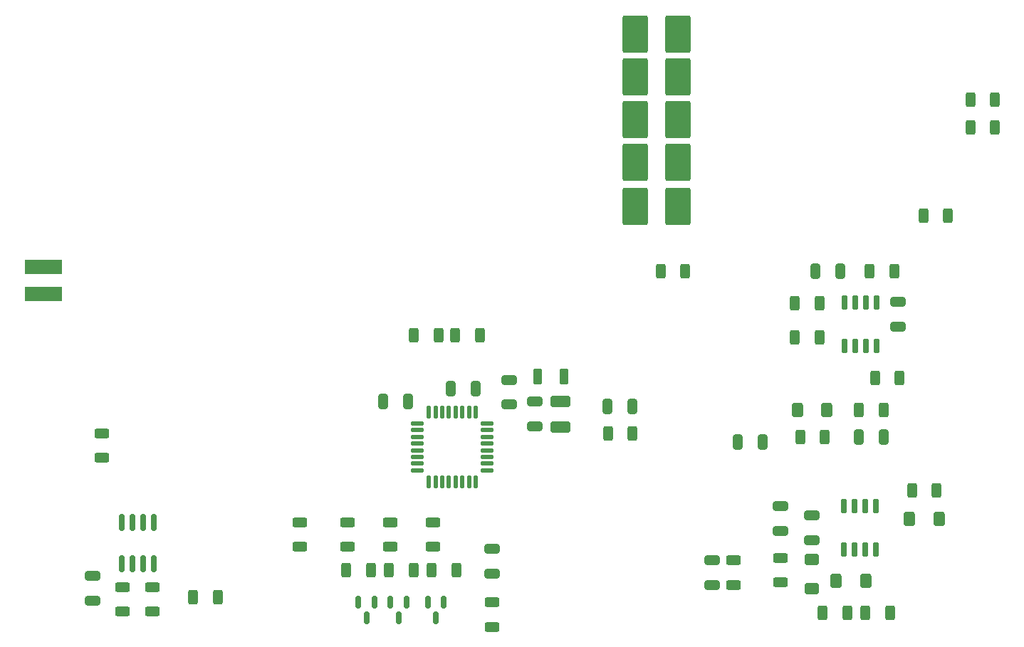
<source format=gbp>
G04 #@! TF.GenerationSoftware,KiCad,Pcbnew,7.0.2*
G04 #@! TF.CreationDate,2023-08-05T12:43:45+02:00*
G04 #@! TF.ProjectId,Module_2,4d6f6475-6c65-45f3-922e-6b696361645f,rev?*
G04 #@! TF.SameCoordinates,Original*
G04 #@! TF.FileFunction,Paste,Bot*
G04 #@! TF.FilePolarity,Positive*
%FSLAX46Y46*%
G04 Gerber Fmt 4.6, Leading zero omitted, Abs format (unit mm)*
G04 Created by KiCad (PCBNEW 7.0.2) date 2023-08-05 12:43:45*
%MOMM*%
%LPD*%
G01*
G04 APERTURE LIST*
G04 Aperture macros list*
%AMRoundRect*
0 Rectangle with rounded corners*
0 $1 Rounding radius*
0 $2 $3 $4 $5 $6 $7 $8 $9 X,Y pos of 4 corners*
0 Add a 4 corners polygon primitive as box body*
4,1,4,$2,$3,$4,$5,$6,$7,$8,$9,$2,$3,0*
0 Add four circle primitives for the rounded corners*
1,1,$1+$1,$2,$3*
1,1,$1+$1,$4,$5*
1,1,$1+$1,$6,$7*
1,1,$1+$1,$8,$9*
0 Add four rect primitives between the rounded corners*
20,1,$1+$1,$2,$3,$4,$5,0*
20,1,$1+$1,$4,$5,$6,$7,0*
20,1,$1+$1,$6,$7,$8,$9,0*
20,1,$1+$1,$8,$9,$2,$3,0*%
G04 Aperture macros list end*
%ADD10RoundRect,0.250000X-0.312500X-0.625000X0.312500X-0.625000X0.312500X0.625000X-0.312500X0.625000X0*%
%ADD11RoundRect,0.150000X-0.150000X0.587500X-0.150000X-0.587500X0.150000X-0.587500X0.150000X0.587500X0*%
%ADD12RoundRect,0.250001X-1.262499X-1.974999X1.262499X-1.974999X1.262499X1.974999X-1.262499X1.974999X0*%
%ADD13R,4.500000X1.750000*%
%ADD14RoundRect,0.250000X0.325000X0.650000X-0.325000X0.650000X-0.325000X-0.650000X0.325000X-0.650000X0*%
%ADD15RoundRect,0.250000X-0.625000X0.312500X-0.625000X-0.312500X0.625000X-0.312500X0.625000X0.312500X0*%
%ADD16RoundRect,0.250000X-0.400000X-0.600000X0.400000X-0.600000X0.400000X0.600000X-0.400000X0.600000X0*%
%ADD17RoundRect,0.250000X-0.650000X0.325000X-0.650000X-0.325000X0.650000X-0.325000X0.650000X0.325000X0*%
%ADD18RoundRect,0.250000X0.650000X-0.325000X0.650000X0.325000X-0.650000X0.325000X-0.650000X-0.325000X0*%
%ADD19RoundRect,0.250000X-0.325000X-0.650000X0.325000X-0.650000X0.325000X0.650000X-0.325000X0.650000X0*%
%ADD20RoundRect,0.250000X0.275000X0.700000X-0.275000X0.700000X-0.275000X-0.700000X0.275000X-0.700000X0*%
%ADD21RoundRect,0.250000X0.312500X0.625000X-0.312500X0.625000X-0.312500X-0.625000X0.312500X-0.625000X0*%
%ADD22RoundRect,0.250000X0.625000X-0.312500X0.625000X0.312500X-0.625000X0.312500X-0.625000X-0.312500X0*%
%ADD23RoundRect,0.125000X-0.125000X0.625000X-0.125000X-0.625000X0.125000X-0.625000X0.125000X0.625000X0*%
%ADD24RoundRect,0.125000X-0.625000X0.125000X-0.625000X-0.125000X0.625000X-0.125000X0.625000X0.125000X0*%
%ADD25RoundRect,0.150000X-0.150000X0.725000X-0.150000X-0.725000X0.150000X-0.725000X0.150000X0.725000X0*%
%ADD26RoundRect,0.250000X-0.925000X0.412500X-0.925000X-0.412500X0.925000X-0.412500X0.925000X0.412500X0*%
%ADD27RoundRect,0.150000X-0.150000X0.825000X-0.150000X-0.825000X0.150000X-0.825000X0.150000X0.825000X0*%
%ADD28RoundRect,0.250000X-0.600000X0.400000X-0.600000X-0.400000X0.600000X-0.400000X0.600000X0.400000X0*%
%ADD29RoundRect,0.250000X0.400000X0.600000X-0.400000X0.600000X-0.400000X-0.600000X0.400000X-0.600000X0*%
G04 APERTURE END LIST*
D10*
X144742500Y-130610000D03*
X147667500Y-130610000D03*
D11*
X88270000Y-129340000D03*
X90170000Y-129340000D03*
X89220000Y-131215000D03*
D12*
X117403000Y-61722000D03*
X122428000Y-61722000D03*
D13*
X46990000Y-92658000D03*
X46990000Y-89408000D03*
D14*
X146890000Y-109655000D03*
X143940000Y-109655000D03*
D10*
X150265000Y-116005000D03*
X153190000Y-116005000D03*
D15*
X53975000Y-109220000D03*
X53975000Y-112145000D03*
D10*
X93152500Y-125530000D03*
X96077500Y-125530000D03*
X120396000Y-89916000D03*
X123321000Y-89916000D03*
D16*
X141280000Y-126800000D03*
X144780000Y-126800000D03*
D17*
X52832000Y-126225500D03*
X52832000Y-129175500D03*
D18*
X148590000Y-96525000D03*
X148590000Y-93575000D03*
D17*
X126492000Y-124316500D03*
X126492000Y-127266500D03*
D19*
X138782000Y-89916000D03*
X141732000Y-89916000D03*
D16*
X149977500Y-119380000D03*
X153477500Y-119380000D03*
D11*
X92710000Y-129340000D03*
X94610000Y-129340000D03*
X93660000Y-131215000D03*
D18*
X134620000Y-120855000D03*
X134620000Y-117905000D03*
X138392500Y-121925000D03*
X138392500Y-118975000D03*
D20*
X108890000Y-102489000D03*
X105740000Y-102489000D03*
D15*
X56388000Y-127508000D03*
X56388000Y-130433000D03*
X59944000Y-127508000D03*
X59944000Y-130433000D03*
D21*
X117032500Y-109220000D03*
X114107500Y-109220000D03*
D22*
X134620000Y-126992500D03*
X134620000Y-124067500D03*
D21*
X160151000Y-72825000D03*
X157226000Y-72825000D03*
D10*
X82992500Y-125530000D03*
X85917500Y-125530000D03*
D12*
X117403000Y-71882000D03*
X122428000Y-71882000D03*
X117375500Y-66802000D03*
X122400500Y-66802000D03*
D17*
X105410000Y-105459000D03*
X105410000Y-108409000D03*
D21*
X148782500Y-102670000D03*
X145857500Y-102670000D03*
D15*
X77470000Y-119822500D03*
X77470000Y-122747500D03*
D11*
X84455000Y-129340000D03*
X86355000Y-129340000D03*
X85405000Y-131215000D03*
D10*
X64805000Y-128705000D03*
X67730000Y-128705000D03*
D22*
X100330000Y-132265000D03*
X100330000Y-129340000D03*
D23*
X92815000Y-106680000D03*
X93615000Y-106680000D03*
X94415000Y-106680000D03*
X95215000Y-106680000D03*
X96015000Y-106680000D03*
X96815000Y-106680000D03*
X97615000Y-106680000D03*
X98415000Y-106680000D03*
D24*
X99790000Y-108055000D03*
X99790000Y-108855000D03*
X99790000Y-109655000D03*
X99790000Y-110455000D03*
X99790000Y-111255000D03*
X99790000Y-112055000D03*
X99790000Y-112855000D03*
X99790000Y-113655000D03*
D23*
X98415000Y-115030000D03*
X97615000Y-115030000D03*
X96815000Y-115030000D03*
X96015000Y-115030000D03*
X95215000Y-115030000D03*
X94415000Y-115030000D03*
X93615000Y-115030000D03*
X92815000Y-115030000D03*
D24*
X91440000Y-113655000D03*
X91440000Y-112855000D03*
X91440000Y-112055000D03*
X91440000Y-111255000D03*
X91440000Y-110455000D03*
X91440000Y-109655000D03*
X91440000Y-108855000D03*
X91440000Y-108055000D03*
D21*
X139257500Y-93780000D03*
X136332500Y-93780000D03*
D22*
X88265000Y-122740000D03*
X88265000Y-119815000D03*
D10*
X145222500Y-89916000D03*
X148147500Y-89916000D03*
D12*
X117375500Y-82242000D03*
X122400500Y-82242000D03*
D25*
X142202500Y-117910000D03*
X143472500Y-117910000D03*
X144742500Y-117910000D03*
X146012500Y-117910000D03*
X146012500Y-123060000D03*
X144742500Y-123060000D03*
X143472500Y-123060000D03*
X142202500Y-123060000D03*
D14*
X132490000Y-110236000D03*
X129540000Y-110236000D03*
D26*
X108458000Y-105456000D03*
X108458000Y-108531000D03*
D21*
X146877500Y-106480000D03*
X143952500Y-106480000D03*
X93980000Y-97590000D03*
X91055000Y-97590000D03*
D10*
X95942500Y-97590000D03*
X98867500Y-97590000D03*
D21*
X139892500Y-109655000D03*
X136967500Y-109655000D03*
D27*
X56300000Y-119815000D03*
X57570000Y-119815000D03*
X58840000Y-119815000D03*
X60110000Y-119815000D03*
X60110000Y-124765000D03*
X58840000Y-124765000D03*
X57570000Y-124765000D03*
X56300000Y-124765000D03*
D25*
X142240000Y-93710000D03*
X143510000Y-93710000D03*
X144780000Y-93710000D03*
X146050000Y-93710000D03*
X146050000Y-98860000D03*
X144780000Y-98860000D03*
X143510000Y-98860000D03*
X142240000Y-98860000D03*
D10*
X88072500Y-125530000D03*
X90997500Y-125530000D03*
D18*
X102362000Y-105820000D03*
X102362000Y-102870000D03*
D12*
X117375500Y-76962000D03*
X122400500Y-76962000D03*
D28*
X138392500Y-124260000D03*
X138392500Y-127760000D03*
D29*
X140180000Y-106480000D03*
X136680000Y-106480000D03*
D19*
X114095000Y-106045000D03*
X117045000Y-106045000D03*
D22*
X129032000Y-127254000D03*
X129032000Y-124329000D03*
X93345000Y-122740000D03*
X93345000Y-119815000D03*
D10*
X157226000Y-69535000D03*
X160151000Y-69535000D03*
D21*
X139257500Y-97790000D03*
X136332500Y-97790000D03*
X154563000Y-83312000D03*
X151638000Y-83312000D03*
D17*
X100330000Y-122990000D03*
X100330000Y-125940000D03*
D21*
X142587500Y-130610000D03*
X139662500Y-130610000D03*
D19*
X95475000Y-103940000D03*
X98425000Y-103940000D03*
D22*
X83185000Y-122740000D03*
X83185000Y-119815000D03*
D19*
X87376000Y-105410000D03*
X90326000Y-105410000D03*
M02*

</source>
